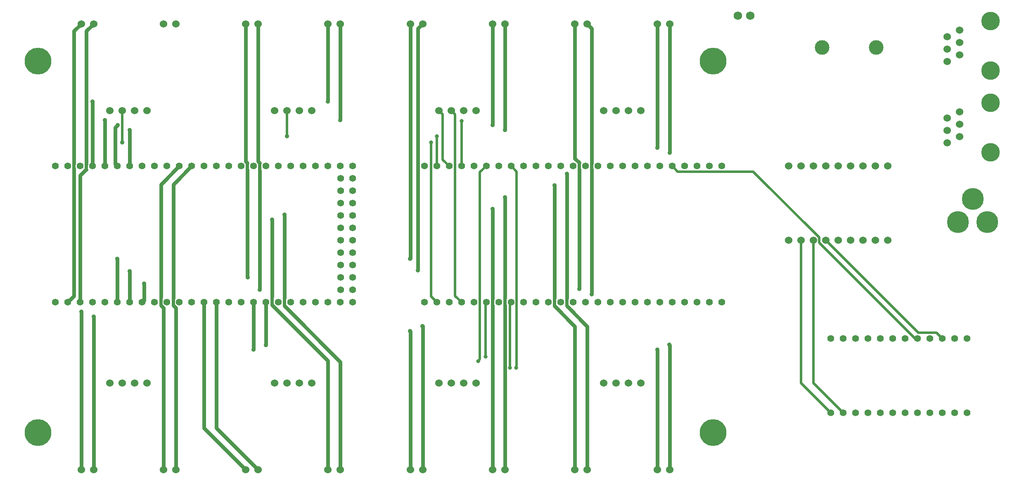
<source format=gbr>
G04 #@! TF.GenerationSoftware,KiCad,Pcbnew,(5.1.9-0-10_14)*
G04 #@! TF.CreationDate,2021-05-14T17:34:44-04:00*
G04 #@! TF.ProjectId,pressure_module,70726573-7375-4726-955f-6d6f64756c65,rev?*
G04 #@! TF.SameCoordinates,Original*
G04 #@! TF.FileFunction,Copper,L4,Bot*
G04 #@! TF.FilePolarity,Positive*
%FSLAX46Y46*%
G04 Gerber Fmt 4.6, Leading zero omitted, Abs format (unit mm)*
G04 Created by KiCad (PCBNEW (5.1.9-0-10_14)) date 2021-05-14 17:34:44*
%MOMM*%
%LPD*%
G01*
G04 APERTURE LIST*
G04 #@! TA.AperFunction,ComponentPad*
%ADD10C,1.397000*%
G04 #@! TD*
G04 #@! TA.AperFunction,ComponentPad*
%ADD11C,5.500000*%
G04 #@! TD*
G04 #@! TA.AperFunction,ComponentPad*
%ADD12C,1.524000*%
G04 #@! TD*
G04 #@! TA.AperFunction,ComponentPad*
%ADD13C,3.800000*%
G04 #@! TD*
G04 #@! TA.AperFunction,ComponentPad*
%ADD14C,4.500000*%
G04 #@! TD*
G04 #@! TA.AperFunction,ComponentPad*
%ADD15C,3.000000*%
G04 #@! TD*
G04 #@! TA.AperFunction,ComponentPad*
%ADD16C,1.750000*%
G04 #@! TD*
G04 #@! TA.AperFunction,ViaPad*
%ADD17C,0.890000*%
G04 #@! TD*
G04 #@! TA.AperFunction,ViaPad*
%ADD18C,0.800000*%
G04 #@! TD*
G04 #@! TA.AperFunction,Conductor*
%ADD19C,0.508000*%
G04 #@! TD*
G04 #@! TA.AperFunction,Conductor*
%ADD20C,0.762000*%
G04 #@! TD*
G04 #@! TA.AperFunction,Conductor*
%ADD21C,0.635000*%
G04 #@! TD*
G04 APERTURE END LIST*
D10*
G04 #@! TO.P,P24,49*
G04 #@! TO.N,GND*
X169418000Y-87566500D03*
G04 #@! TO.P,P24,47*
G04 #@! TO.N,/UC_D11*
X166878000Y-87566500D03*
G04 #@! TO.P,P24,45*
G04 #@! TO.N,/UC_D10*
X164338000Y-87566500D03*
G04 #@! TO.P,P24,43*
G04 #@! TO.N,/UC_D9*
X161798000Y-87566500D03*
G04 #@! TO.P,P24,41*
G04 #@! TO.N,/UC_D8*
X159258000Y-87566500D03*
G04 #@! TO.P,P24,39*
G04 #@! TO.N,/UC_D7*
X156718000Y-87566500D03*
G04 #@! TO.P,P24,37*
G04 #@! TO.N,GND*
X154178000Y-87566500D03*
G04 #@! TO.P,P24,35*
X151638000Y-87566500D03*
G04 #@! TO.P,P24,33*
G04 #@! TO.N,N/C*
X149098000Y-87566500D03*
G04 #@! TO.P,P24,31*
G04 #@! TO.N,GND*
X146558000Y-87566500D03*
G04 #@! TO.P,P24,29*
G04 #@! TO.N,N/C*
X144018000Y-87566500D03*
G04 #@! TO.P,P24,27*
G04 #@! TO.N,GND*
X141478000Y-87566500D03*
G04 #@! TO.P,P24,25*
G04 #@! TO.N,N/C*
X138938000Y-87566500D03*
G04 #@! TO.P,P24,23*
G04 #@! TO.N,GND*
X136398000Y-87566500D03*
G04 #@! TO.P,P24,21*
G04 #@! TO.N,N/C*
X133858000Y-87566500D03*
G04 #@! TO.P,P24,19*
G04 #@! TO.N,GND*
X131318000Y-87566500D03*
G04 #@! TO.P,P24,17*
X128778000Y-87566500D03*
G04 #@! TO.P,P24,15*
G04 #@! TO.N,/P6*
X126238000Y-87566500D03*
G04 #@! TO.P,P24,13*
G04 #@! TO.N,GND*
X123698000Y-87566500D03*
G04 #@! TO.P,P24,11*
G04 #@! TO.N,/P4*
X121158000Y-87566500D03*
G04 #@! TO.P,P24,9*
G04 #@! TO.N,GND*
X118618000Y-87566500D03*
G04 #@! TO.P,P24,7*
G04 #@! TO.N,/P2*
X116078000Y-87566500D03*
G04 #@! TO.P,P24,5*
G04 #@! TO.N,GND*
X113538000Y-87566500D03*
G04 #@! TO.P,P24,3*
G04 #@! TO.N,/P0*
X110998000Y-87566500D03*
G04 #@! TO.P,P24,1*
G04 #@! TO.N,GND*
X108458000Y-87566500D03*
G04 #@! TO.P,P24,2*
X108458000Y-59626500D03*
G04 #@! TO.P,P24,4*
G04 #@! TO.N,/P1*
X110998000Y-59626500D03*
G04 #@! TO.P,P24,6*
G04 #@! TO.N,GND*
X113538000Y-59626500D03*
G04 #@! TO.P,P24,8*
G04 #@! TO.N,/P3*
X116078000Y-59626500D03*
G04 #@! TO.P,P24,10*
G04 #@! TO.N,GND*
X118618000Y-59626500D03*
G04 #@! TO.P,P24,12*
G04 #@! TO.N,/P5*
X121158000Y-59626500D03*
G04 #@! TO.P,P24,14*
G04 #@! TO.N,GND*
X123698000Y-59626500D03*
G04 #@! TO.P,P24,16*
G04 #@! TO.N,/P7*
X126238000Y-59626500D03*
G04 #@! TO.P,P24,18*
G04 #@! TO.N,GND*
X128778000Y-59626500D03*
G04 #@! TO.P,P24,20*
X131318000Y-59626500D03*
G04 #@! TO.P,P24,22*
G04 #@! TO.N,N/C*
X133858000Y-59626500D03*
G04 #@! TO.P,P24,24*
G04 #@! TO.N,GND*
X136398000Y-59626500D03*
G04 #@! TO.P,P24,26*
G04 #@! TO.N,N/C*
X138938000Y-59626500D03*
G04 #@! TO.P,P24,28*
G04 #@! TO.N,GND*
X141478000Y-59626500D03*
G04 #@! TO.P,P24,30*
G04 #@! TO.N,N/C*
X144018000Y-59626500D03*
G04 #@! TO.P,P24,32*
G04 #@! TO.N,GND*
X146558000Y-59626500D03*
G04 #@! TO.P,P24,34*
G04 #@! TO.N,N/C*
X149098000Y-59626500D03*
G04 #@! TO.P,P24,36*
G04 #@! TO.N,GND*
X151638000Y-59626500D03*
G04 #@! TO.P,P24,38*
X154178000Y-59626500D03*
G04 #@! TO.P,P24,40*
G04 #@! TO.N,+3V3*
X156718000Y-59626500D03*
G04 #@! TO.P,P24,42*
G04 #@! TO.N,/UC_A0*
X159258000Y-59626500D03*
G04 #@! TO.P,P24,44*
G04 #@! TO.N,N/C*
X161798000Y-59626500D03*
G04 #@! TO.P,P24,46*
G04 #@! TO.N,+5V*
X164338000Y-59626500D03*
G04 #@! TO.P,P24,48*
X166878000Y-59626500D03*
G04 #@! TO.P,P24,50*
G04 #@! TO.N,GND*
X169418000Y-59626500D03*
G04 #@! TD*
D11*
G04 #@! TO.P,H3,1*
G04 #@! TO.N,N/C*
X167640000Y-38100000D03*
G04 #@! TD*
G04 #@! TO.P,H2,1*
G04 #@! TO.N,N/C*
X29210000Y-114300000D03*
G04 #@! TD*
G04 #@! TO.P,H1,1*
G04 #@! TO.N,N/C*
X29210000Y-38100000D03*
G04 #@! TD*
D12*
G04 #@! TO.P,U8,4*
G04 #@! TO.N,GND*
X145229942Y-48260000D03*
G04 #@! TO.P,U8,3*
G04 #@! TO.N,/P3*
X147769942Y-48260000D03*
G04 #@! TO.P,U8,2*
G04 #@! TO.N,+3V3*
X150309942Y-48260000D03*
G04 #@! TO.P,U8,1*
G04 #@! TO.N,N/C*
X152849942Y-48260000D03*
G04 #@! TD*
G04 #@! TO.P,U1,4*
G04 #@! TO.N,GND*
X43992800Y-48260000D03*
G04 #@! TO.P,U1,3*
G04 #@! TO.N,/P0*
X46532800Y-48260000D03*
G04 #@! TO.P,U1,2*
G04 #@! TO.N,+3V3*
X49072800Y-48260000D03*
G04 #@! TO.P,U1,1*
G04 #@! TO.N,N/C*
X51612800Y-48260000D03*
G04 #@! TD*
D10*
G04 #@! TO.P,P12,49*
G04 #@! TO.N,GND*
X93784420Y-87571580D03*
G04 #@! TO.P,P12,47*
G04 #@! TO.N,/M1_SOUT*
X91244420Y-87571580D03*
G04 #@! TO.P,P12,45*
G04 #@! TO.N,/SIN*
X88704420Y-87571580D03*
G04 #@! TO.P,P12,43*
G04 #@! TO.N,/SCLK*
X86164420Y-87571580D03*
G04 #@! TO.P,P12,41*
G04 #@! TO.N,/XLAT*
X83624420Y-87571580D03*
G04 #@! TO.P,P12,39*
G04 #@! TO.N,/GSCLK*
X81084420Y-87571580D03*
G04 #@! TO.P,P12,37*
G04 #@! TO.N,GND*
X78544420Y-87571580D03*
G04 #@! TO.P,P12,35*
G04 #@! TO.N,/PV14+*
X76004420Y-87571580D03*
G04 #@! TO.P,P12,33*
G04 #@! TO.N,/PV14-*
X73464420Y-87571580D03*
G04 #@! TO.P,P12,31*
G04 #@! TO.N,/PV12+*
X70924420Y-87571580D03*
G04 #@! TO.P,P12,29*
G04 #@! TO.N,/PV12-*
X68384420Y-87571580D03*
G04 #@! TO.P,P12,27*
G04 #@! TO.N,/PV10+*
X65844420Y-87571580D03*
G04 #@! TO.P,P12,25*
G04 #@! TO.N,/PV10-*
X63304420Y-87571580D03*
G04 #@! TO.P,P12,23*
G04 #@! TO.N,/PV8+*
X60764420Y-87571580D03*
G04 #@! TO.P,P12,21*
G04 #@! TO.N,/PV8-*
X58224420Y-87571580D03*
G04 #@! TO.P,P12,19*
G04 #@! TO.N,GND*
X55684420Y-87571580D03*
G04 #@! TO.P,P12,17*
G04 #@! TO.N,/PV6+*
X53144420Y-87571580D03*
G04 #@! TO.P,P12,15*
G04 #@! TO.N,/PV6-*
X50604420Y-87571580D03*
G04 #@! TO.P,P12,13*
G04 #@! TO.N,/PV4+*
X48064420Y-87571580D03*
G04 #@! TO.P,P12,11*
G04 #@! TO.N,/PV4-*
X45524420Y-87571580D03*
G04 #@! TO.P,P12,9*
G04 #@! TO.N,/PV2+*
X42984420Y-87571580D03*
G04 #@! TO.P,P12,7*
G04 #@! TO.N,/PV2-*
X40444420Y-87571580D03*
G04 #@! TO.P,P12,5*
G04 #@! TO.N,/PV0+*
X37904420Y-87571580D03*
G04 #@! TO.P,P12,3*
G04 #@! TO.N,/PV0-*
X35364420Y-87571580D03*
G04 #@! TO.P,P12,1*
G04 #@! TO.N,GND*
X32824420Y-87571580D03*
G04 #@! TO.P,P12,2*
X32824420Y-59631580D03*
G04 #@! TO.P,P12,4*
G04 #@! TO.N,/PV1-*
X35364420Y-59631580D03*
G04 #@! TO.P,P12,6*
G04 #@! TO.N,/PV1+*
X37904420Y-59631580D03*
G04 #@! TO.P,P12,8*
G04 #@! TO.N,/PV3-*
X40444420Y-59631580D03*
G04 #@! TO.P,P12,10*
G04 #@! TO.N,/PV3+*
X42984420Y-59631580D03*
G04 #@! TO.P,P12,12*
G04 #@! TO.N,/PV5-*
X45524420Y-59631580D03*
G04 #@! TO.P,P12,14*
G04 #@! TO.N,/PV5+*
X48064420Y-59631580D03*
G04 #@! TO.P,P12,16*
G04 #@! TO.N,/PV7-*
X50604420Y-59631580D03*
G04 #@! TO.P,P12,18*
G04 #@! TO.N,/PV7+*
X53144420Y-59631580D03*
G04 #@! TO.P,P12,20*
G04 #@! TO.N,GND*
X55684420Y-59631580D03*
G04 #@! TO.P,P12,22*
G04 #@! TO.N,/PV9-*
X58224420Y-59631580D03*
G04 #@! TO.P,P12,24*
G04 #@! TO.N,/PV9+*
X60764420Y-59631580D03*
G04 #@! TO.P,P12,26*
G04 #@! TO.N,/PV11-*
X63304420Y-59631580D03*
G04 #@! TO.P,P12,28*
G04 #@! TO.N,/PV11+*
X65844420Y-59631580D03*
G04 #@! TO.P,P12,30*
G04 #@! TO.N,/PV13-*
X68384420Y-59631580D03*
G04 #@! TO.P,P12,32*
G04 #@! TO.N,/PV13+*
X70924420Y-59631580D03*
G04 #@! TO.P,P12,34*
G04 #@! TO.N,/PV15-*
X73464420Y-59631580D03*
G04 #@! TO.P,P12,36*
G04 #@! TO.N,/PV15+*
X76004420Y-59631580D03*
G04 #@! TO.P,P12,38*
G04 #@! TO.N,GND*
X78544420Y-59631580D03*
G04 #@! TO.P,P12,40*
G04 #@! TO.N,N/C*
X81084420Y-59631580D03*
G04 #@! TO.P,P12,42*
X83624420Y-59631580D03*
G04 #@! TO.P,P12,44*
X86164420Y-59631580D03*
G04 #@! TO.P,P12,46*
G04 #@! TO.N,+5V*
X88704420Y-59631580D03*
G04 #@! TO.P,P12,48*
X91244420Y-59631580D03*
G04 #@! TO.P,P12,50*
G04 #@! TO.N,GND*
X93784420Y-59631580D03*
G04 #@! TD*
D12*
G04 #@! TO.P,U6,4*
G04 #@! TO.N,GND*
X111484228Y-48260000D03*
G04 #@! TO.P,U6,3*
G04 #@! TO.N,/P2*
X114024228Y-48260000D03*
G04 #@! TO.P,U6,2*
G04 #@! TO.N,+3V3*
X116564228Y-48260000D03*
G04 #@! TO.P,U6,1*
G04 #@! TO.N,N/C*
X119104228Y-48260000D03*
G04 #@! TD*
D10*
G04 #@! TO.P,P21,23*
G04 #@! TO.N,/UC_D9*
X219710000Y-110236000D03*
G04 #@! TO.P,P21,21*
G04 #@! TO.N,/UC_D8*
X217170000Y-110236000D03*
G04 #@! TO.P,P21,19*
G04 #@! TO.N,/UC_D7*
X214630000Y-110236000D03*
G04 #@! TO.P,P21,17*
G04 #@! TO.N,/M1_SOUT*
X212090000Y-110236000D03*
G04 #@! TO.P,P21,15*
G04 #@! TO.N,/SIN*
X209550000Y-110236000D03*
G04 #@! TO.P,P21,13*
G04 #@! TO.N,/SCLK*
X207010000Y-110236000D03*
G04 #@! TO.P,P21,11*
G04 #@! TO.N,/XLAT*
X204470000Y-110236000D03*
G04 #@! TO.P,P21,7*
G04 #@! TO.N,GND*
X199390000Y-110236000D03*
G04 #@! TO.P,P21,5*
G04 #@! TO.N,Net-(C1-Pad1)*
X196850000Y-110236000D03*
G04 #@! TO.P,P21,3*
G04 #@! TO.N,/UC_RX*
X194310000Y-110236000D03*
G04 #@! TO.P,P21,1*
G04 #@! TO.N,/UC_TX*
X191770000Y-110236000D03*
G04 #@! TO.P,P21,9*
G04 #@! TO.N,/GSCLK*
X201930000Y-110236000D03*
G04 #@! TO.P,P21,10*
G04 #@! TO.N,N/C*
X201930000Y-94996000D03*
G04 #@! TO.P,P21,2*
G04 #@! TO.N,+5V*
X191770000Y-94996000D03*
G04 #@! TO.P,P21,4*
G04 #@! TO.N,GND*
X194310000Y-94996000D03*
G04 #@! TO.P,P21,6*
G04 #@! TO.N,N/C*
X196850000Y-94996000D03*
G04 #@! TO.P,P21,8*
X199390000Y-94996000D03*
G04 #@! TO.P,P21,12*
X204470000Y-94996000D03*
G04 #@! TO.P,P21,14*
X207010000Y-94996000D03*
G04 #@! TO.P,P21,16*
G04 #@! TO.N,/UC_A0*
X209550000Y-94996000D03*
G04 #@! TO.P,P21,18*
G04 #@! TO.N,N/C*
X212090000Y-94996000D03*
G04 #@! TO.P,P21,20*
G04 #@! TO.N,/UC_D12*
X214630000Y-94996000D03*
G04 #@! TO.P,P21,22*
G04 #@! TO.N,/UC_D11*
X217170000Y-94996000D03*
G04 #@! TO.P,P21,24*
G04 #@! TO.N,/UC_D10*
X219710000Y-94996000D03*
G04 #@! TD*
D12*
G04 #@! TO.P,P5,18*
G04 #@! TO.N,/B*
X203454000Y-59626500D03*
G04 #@! TO.P,P5,16*
G04 #@! TO.N,/A*
X200914000Y-59626500D03*
G04 #@! TO.P,P5,14*
G04 #@! TO.N,N/C*
X198374000Y-59626500D03*
G04 #@! TO.P,P5,12*
X195834000Y-59626500D03*
G04 #@! TO.P,P5,10*
X193294000Y-59626500D03*
G04 #@! TO.P,P5,8*
X190754000Y-59626500D03*
G04 #@! TO.P,P5,6*
X188214000Y-59626500D03*
G04 #@! TO.P,P5,4*
X185674000Y-59626500D03*
G04 #@! TO.P,P5,2*
G04 #@! TO.N,GND*
X183134000Y-59626500D03*
G04 #@! TO.P,P5,1*
X183134000Y-74866500D03*
G04 #@! TO.P,P5,3*
G04 #@! TO.N,/UC_TX*
X185674000Y-74866500D03*
G04 #@! TO.P,P5,5*
G04 #@! TO.N,/UC_RX*
X188214000Y-74866500D03*
G04 #@! TO.P,P5,7*
G04 #@! TO.N,/UC_D12*
X190754000Y-74866500D03*
G04 #@! TO.P,P5,9*
G04 #@! TO.N,N/C*
X193294000Y-74866500D03*
G04 #@! TO.P,P5,11*
X195834000Y-74866500D03*
G04 #@! TO.P,P5,13*
X198374000Y-74866500D03*
G04 #@! TO.P,P5,15*
G04 #@! TO.N,+5V*
X200914000Y-74866500D03*
G04 #@! TO.P,P5,17*
G04 #@! TO.N,GND*
X203454000Y-74866500D03*
G04 #@! TD*
G04 #@! TO.P,P11,1*
G04 #@! TO.N,N/C*
X215658700Y-38160560D03*
G04 #@! TO.P,P11,3*
G04 #@! TO.N,/A*
X215658700Y-35620560D03*
G04 #@! TO.P,P11,5*
G04 #@! TO.N,GND*
X215658700Y-33080560D03*
G04 #@! TO.P,P11,2*
X218198700Y-36870560D03*
G04 #@! TO.P,P11,4*
G04 #@! TO.N,/B*
X218198700Y-34330560D03*
D13*
G04 #@! TO.P,P11,MECH*
G04 #@! TO.N,N/C*
X224548700Y-29880560D03*
X224548700Y-40040560D03*
D12*
G04 #@! TO.P,P11,6*
X218198700Y-31790560D03*
G04 #@! TD*
G04 #@! TO.P,P10,1*
G04 #@! TO.N,N/C*
X215658700Y-54899160D03*
G04 #@! TO.P,P10,3*
G04 #@! TO.N,/A*
X215658700Y-52359160D03*
G04 #@! TO.P,P10,5*
G04 #@! TO.N,GND*
X215658700Y-49819160D03*
G04 #@! TO.P,P10,2*
X218198700Y-53609160D03*
G04 #@! TO.P,P10,4*
G04 #@! TO.N,/B*
X218198700Y-51069160D03*
D13*
G04 #@! TO.P,P10,MECH*
G04 #@! TO.N,N/C*
X224548700Y-46619160D03*
X224548700Y-56779160D03*
D12*
G04 #@! TO.P,P10,6*
X218198700Y-48529160D03*
G04 #@! TD*
D14*
G04 #@! TO.P,P22,3*
G04 #@! TO.N,GND*
X220903800Y-66394600D03*
G04 #@! TO.P,P22,2*
X223903800Y-71094600D03*
G04 #@! TO.P,P22,1*
G04 #@! TO.N,+5V*
X217903800Y-71094600D03*
G04 #@! TD*
D10*
G04 #@! TO.P,P25,10*
G04 #@! TO.N,+5V*
X91313000Y-62166500D03*
G04 #@! TO.P,P25,9*
X91313000Y-64706500D03*
G04 #@! TO.P,P25,8*
X91313000Y-67246500D03*
G04 #@! TO.P,P25,7*
X91313000Y-69786500D03*
G04 #@! TO.P,P25,6*
X91313000Y-72326500D03*
G04 #@! TO.P,P25,4*
X91313000Y-77406500D03*
G04 #@! TO.P,P25,3*
X91313000Y-79946500D03*
G04 #@! TO.P,P25,2*
X91313000Y-82486500D03*
G04 #@! TO.P,P25,1*
X91313000Y-85026500D03*
G04 #@! TO.P,P25,5*
X91313000Y-74866500D03*
G04 #@! TD*
G04 #@! TO.P,P26,10*
G04 #@! TO.N,GND*
X93789500Y-62166500D03*
G04 #@! TO.P,P26,9*
X93789500Y-64706500D03*
G04 #@! TO.P,P26,8*
X93789500Y-67246500D03*
G04 #@! TO.P,P26,7*
X93789500Y-69786500D03*
G04 #@! TO.P,P26,6*
X93789500Y-72326500D03*
G04 #@! TO.P,P26,4*
X93789500Y-77406500D03*
G04 #@! TO.P,P26,3*
X93789500Y-79946500D03*
G04 #@! TO.P,P26,2*
X93789500Y-82486500D03*
G04 #@! TO.P,P26,1*
X93789500Y-85026500D03*
G04 #@! TO.P,P26,5*
X93789500Y-74866500D03*
G04 #@! TD*
D12*
G04 #@! TO.P,U2,4*
G04 #@! TO.N,GND*
X51612800Y-104140000D03*
G04 #@! TO.P,U2,3*
G04 #@! TO.N,/P4*
X49072800Y-104140000D03*
G04 #@! TO.P,U2,2*
G04 #@! TO.N,+3V3*
X46532800Y-104140000D03*
G04 #@! TO.P,U2,1*
G04 #@! TO.N,N/C*
X43992800Y-104140000D03*
G04 #@! TD*
G04 #@! TO.P,U4,4*
G04 #@! TO.N,GND*
X77738514Y-48260000D03*
G04 #@! TO.P,U4,3*
G04 #@! TO.N,/P1*
X80278514Y-48260000D03*
G04 #@! TO.P,U4,2*
G04 #@! TO.N,+3V3*
X82818514Y-48260000D03*
G04 #@! TO.P,U4,1*
G04 #@! TO.N,N/C*
X85358514Y-48260000D03*
G04 #@! TD*
G04 #@! TO.P,U5,4*
G04 #@! TO.N,GND*
X85358514Y-104140000D03*
G04 #@! TO.P,U5,3*
G04 #@! TO.N,/P5*
X82818514Y-104140000D03*
G04 #@! TO.P,U5,2*
G04 #@! TO.N,+3V3*
X80278514Y-104140000D03*
G04 #@! TO.P,U5,1*
G04 #@! TO.N,N/C*
X77738514Y-104140000D03*
G04 #@! TD*
G04 #@! TO.P,U7,4*
G04 #@! TO.N,GND*
X119104228Y-104140000D03*
G04 #@! TO.P,U7,3*
G04 #@! TO.N,/P6*
X116564228Y-104140000D03*
G04 #@! TO.P,U7,2*
G04 #@! TO.N,+3V3*
X114024228Y-104140000D03*
G04 #@! TO.P,U7,1*
G04 #@! TO.N,N/C*
X111484228Y-104140000D03*
G04 #@! TD*
G04 #@! TO.P,U9,4*
G04 #@! TO.N,GND*
X152849942Y-104140000D03*
G04 #@! TO.P,U9,3*
G04 #@! TO.N,/P7*
X150309942Y-104140000D03*
G04 #@! TO.P,U9,2*
G04 #@! TO.N,+3V3*
X147769942Y-104140000D03*
G04 #@! TO.P,U9,1*
G04 #@! TO.N,N/C*
X145229942Y-104140000D03*
G04 #@! TD*
G04 #@! TO.P,P1,2*
G04 #@! TO.N,/PV0-*
X38100000Y-30480000D03*
G04 #@! TO.P,P1,1*
G04 #@! TO.N,/PV0+*
X40640000Y-30480000D03*
G04 #@! TD*
G04 #@! TO.P,P2,2*
G04 #@! TO.N,/PV1-*
X54972857Y-30480000D03*
G04 #@! TO.P,P2,1*
G04 #@! TO.N,/PV1+*
X57512857Y-30480000D03*
G04 #@! TD*
G04 #@! TO.P,P3,2*
G04 #@! TO.N,/PV2-*
X71845714Y-30480000D03*
G04 #@! TO.P,P3,1*
G04 #@! TO.N,/PV2+*
X74385714Y-30480000D03*
G04 #@! TD*
G04 #@! TO.P,P4,2*
G04 #@! TO.N,/PV3-*
X88718571Y-30480000D03*
G04 #@! TO.P,P4,1*
G04 #@! TO.N,/PV3+*
X91258571Y-30480000D03*
G04 #@! TD*
G04 #@! TO.P,P6,2*
G04 #@! TO.N,/PV4-*
X105591428Y-30480000D03*
G04 #@! TO.P,P6,1*
G04 #@! TO.N,/PV4+*
X108131428Y-30480000D03*
G04 #@! TD*
G04 #@! TO.P,P7,2*
G04 #@! TO.N,/PV5-*
X122464285Y-30480000D03*
G04 #@! TO.P,P7,1*
G04 #@! TO.N,/PV5+*
X125004285Y-30480000D03*
G04 #@! TD*
G04 #@! TO.P,P8,2*
G04 #@! TO.N,/PV6-*
X139337142Y-30480000D03*
G04 #@! TO.P,P8,1*
G04 #@! TO.N,/PV6+*
X141877142Y-30480000D03*
G04 #@! TD*
G04 #@! TO.P,P9,2*
G04 #@! TO.N,/PV7-*
X156210000Y-30480000D03*
G04 #@! TO.P,P9,1*
G04 #@! TO.N,/PV7+*
X158750000Y-30480000D03*
G04 #@! TD*
G04 #@! TO.P,P13,2*
G04 #@! TO.N,/PV8-*
X38100000Y-121920000D03*
G04 #@! TO.P,P13,1*
G04 #@! TO.N,/PV8+*
X40640000Y-121920000D03*
G04 #@! TD*
G04 #@! TO.P,P14,2*
G04 #@! TO.N,/PV9-*
X54972857Y-121920000D03*
G04 #@! TO.P,P14,1*
G04 #@! TO.N,/PV9+*
X57512857Y-121920000D03*
G04 #@! TD*
G04 #@! TO.P,P15,2*
G04 #@! TO.N,/PV10-*
X71845714Y-121920000D03*
G04 #@! TO.P,P15,1*
G04 #@! TO.N,/PV10+*
X74385714Y-121920000D03*
G04 #@! TD*
G04 #@! TO.P,P16,2*
G04 #@! TO.N,/PV11-*
X88718571Y-121920000D03*
G04 #@! TO.P,P16,1*
G04 #@! TO.N,/PV11+*
X91258571Y-121920000D03*
G04 #@! TD*
G04 #@! TO.P,P17,2*
G04 #@! TO.N,/PV12-*
X105591428Y-121920000D03*
G04 #@! TO.P,P17,1*
G04 #@! TO.N,/PV12+*
X108131428Y-121920000D03*
G04 #@! TD*
G04 #@! TO.P,P18,2*
G04 #@! TO.N,/PV13-*
X122464285Y-121920000D03*
G04 #@! TO.P,P18,1*
G04 #@! TO.N,/PV13+*
X125004285Y-121920000D03*
G04 #@! TD*
G04 #@! TO.P,P19,2*
G04 #@! TO.N,/PV14-*
X156210000Y-121920000D03*
G04 #@! TO.P,P19,1*
G04 #@! TO.N,/PV14+*
X158750000Y-121920000D03*
G04 #@! TD*
G04 #@! TO.P,P20,2*
G04 #@! TO.N,/PV15-*
X139337142Y-121920000D03*
G04 #@! TO.P,P20,1*
G04 #@! TO.N,/PV15+*
X141877142Y-121920000D03*
G04 #@! TD*
D15*
G04 #@! TO.P,P23,2*
G04 #@! TO.N,GND*
X201145000Y-35306000D03*
G04 #@! TO.P,P23,1*
G04 #@! TO.N,+5V*
X190015000Y-35306000D03*
G04 #@! TD*
D11*
G04 #@! TO.P,H4,1*
G04 #@! TO.N,N/C*
X167640000Y-114300000D03*
G04 #@! TD*
D16*
G04 #@! TO.P,P27,1*
G04 #@! TO.N,+5V*
X175310800Y-28803600D03*
G04 #@! TO.P,P27,2*
G04 #@! TO.N,GND*
X172770800Y-28803600D03*
G04 #@! TD*
D17*
G04 #@! TO.N,/PV2-*
X72237600Y-82499200D03*
G04 #@! TO.N,/PV2+*
X74676000Y-85039200D03*
G04 #@! TO.N,/PV3+*
X91236800Y-50221199D03*
X42976800Y-50241200D03*
G04 #@! TO.N,/PV3-*
X88696800Y-46380400D03*
X40436800Y-46431200D03*
G04 #@! TO.N,/PV4-*
X105562400Y-78638400D03*
X45516800Y-78689200D03*
G04 #@! TO.N,/PV4+*
X107137200Y-81026000D03*
X48056800Y-81229200D03*
G04 #@! TO.N,/PV5+*
X124968000Y-52273200D03*
X48056800Y-52273200D03*
G04 #@! TO.N,/PV5-*
X122428000Y-51206400D03*
X45567600Y-51257200D03*
G04 #@! TO.N,/PV6-*
X140208000Y-84876800D03*
X51003200Y-83769200D03*
G04 #@! TO.N,/PV6+*
X142798800Y-85902800D03*
G04 #@! TO.N,/PV7+*
X158750000Y-56896000D03*
G04 #@! TO.N,/PV7-*
X156210000Y-55870000D03*
G04 #@! TO.N,/PV15+*
X137668000Y-61214000D03*
G04 #@! TO.N,/PV15-*
X135128000Y-63550800D03*
G04 #@! TO.N,/PV13+*
X125018800Y-66040000D03*
G04 #@! TO.N,/PV13-*
X122478800Y-68427600D03*
G04 #@! TO.N,/PV11+*
X79756000Y-69555200D03*
G04 #@! TO.N,/PV11-*
X77216000Y-70581200D03*
G04 #@! TO.N,/PV8-*
X38100000Y-89458800D03*
G04 #@! TO.N,/PV8+*
X40640000Y-90484800D03*
G04 #@! TO.N,/PV12-*
X105511600Y-93481121D03*
G04 #@! TO.N,/PV12+*
X108102400Y-92455121D03*
G04 #@! TO.N,/PV14-*
X156210000Y-97292000D03*
X73456800Y-97282000D03*
G04 #@! TO.N,/PV14+*
X158699200Y-96266000D03*
X75996800Y-96316800D03*
D18*
G04 #@! TO.N,/P6*
X126034800Y-100990400D03*
G04 #@! TO.N,/P4*
X121056400Y-98755200D03*
G04 #@! TO.N,/P0*
X109829600Y-54762400D03*
D17*
X46532800Y-54762400D03*
D18*
G04 #@! TO.N,/P1*
X110998000Y-53543200D03*
D17*
X80264000Y-53543200D03*
D18*
G04 #@! TO.N,/P3*
X116078000Y-50393600D03*
G04 #@! TO.N,/P5*
X119481600Y-99609200D03*
G04 #@! TO.N,/P7*
X127254000Y-100990400D03*
G04 #@! TD*
D19*
G04 #@! TO.N,GND*
X112246227Y-49021999D02*
X112246227Y-58334727D01*
X112246227Y-58334727D02*
X113538000Y-59626500D01*
X111484228Y-48260000D02*
X112246227Y-49021999D01*
D20*
G04 #@! TO.N,/PV0-*
X38100000Y-30480000D02*
X36624919Y-31955081D01*
X36624919Y-31955081D02*
X36624919Y-59180119D01*
D21*
X36624919Y-59688119D02*
X36626800Y-59690000D01*
X36624919Y-59180119D02*
X36624919Y-59688119D01*
X36624919Y-59688119D02*
X36624919Y-60094519D01*
D20*
X36624919Y-86311081D02*
X35364420Y-87571580D01*
X36624919Y-60094519D02*
X36624919Y-86311081D01*
G04 #@! TO.N,/PV0+*
X40640000Y-30480000D02*
X39164919Y-31955081D01*
X39164919Y-31955081D02*
X39164919Y-59230919D01*
D21*
X39164919Y-59230919D02*
X39164919Y-60348519D01*
D20*
X37904420Y-61525242D02*
X37904420Y-87571580D01*
X39081143Y-60348519D02*
X37904420Y-61525242D01*
X39164919Y-60348519D02*
X39081143Y-60348519D01*
G04 #@! TO.N,/PV2-*
X71845714Y-58659212D02*
X72216102Y-59029600D01*
X71845714Y-30480000D02*
X71845714Y-58659212D01*
D21*
X72216102Y-59029600D02*
X72216102Y-60379702D01*
D20*
X72216102Y-82477702D02*
X72237600Y-82499200D01*
X72216102Y-60379702D02*
X72216102Y-82477702D01*
G04 #@! TO.N,/PV2+*
X74385714Y-30480000D02*
X74385714Y-58659212D01*
X74385714Y-58659212D02*
X74705302Y-58978800D01*
D21*
X74705302Y-58978800D02*
X74705302Y-60532102D01*
D20*
X74705302Y-85009898D02*
X74676000Y-85039200D01*
X74705302Y-60532102D02*
X74705302Y-85009898D01*
G04 #@! TO.N,/PV3+*
X91258571Y-50199428D02*
X91236800Y-50221199D01*
X91258571Y-30480000D02*
X91258571Y-50199428D01*
X42976800Y-59623960D02*
X42984420Y-59631580D01*
X42976800Y-50241200D02*
X42976800Y-59623960D01*
G04 #@! TO.N,/PV3-*
X88718571Y-46358629D02*
X88696800Y-46380400D01*
X88718571Y-30480000D02*
X88718571Y-46358629D01*
X40436800Y-59623960D02*
X40444420Y-59631580D01*
X40436800Y-46431200D02*
X40436800Y-59623960D01*
D19*
G04 #@! TO.N,/UC_D12*
X209730999Y-93843499D02*
X190754000Y-74866500D01*
X213477499Y-93843499D02*
X209730999Y-93843499D01*
X214630000Y-94996000D02*
X213477499Y-93843499D01*
G04 #@! TO.N,/UC_RX*
X188214000Y-104140000D02*
X188214000Y-74866500D01*
X194310000Y-110236000D02*
X188214000Y-104140000D01*
G04 #@! TO.N,/UC_TX*
X185674000Y-104140000D02*
X185674000Y-74866500D01*
X191770000Y-110236000D02*
X185674000Y-104140000D01*
D20*
G04 #@! TO.N,/PV4-*
X105591428Y-78609372D02*
X105562400Y-78638400D01*
X105591428Y-30480000D02*
X105591428Y-78609372D01*
X45516800Y-87563960D02*
X45524420Y-87571580D01*
X45516800Y-78689200D02*
X45516800Y-87563960D01*
G04 #@! TO.N,/PV4+*
X107178499Y-80984701D02*
X107137200Y-81026000D01*
X107178499Y-31432929D02*
X107178499Y-80984701D01*
X108131428Y-30480000D02*
X107178499Y-31432929D01*
X48056800Y-87563960D02*
X48064420Y-87571580D01*
X48056800Y-81229200D02*
X48056800Y-87563960D01*
G04 #@! TO.N,/PV5+*
X125004285Y-52236915D02*
X124968000Y-52273200D01*
X125004285Y-30480000D02*
X125004285Y-52236915D01*
X48056800Y-59623960D02*
X48064420Y-59631580D01*
X48056800Y-52273200D02*
X48056800Y-59623960D01*
G04 #@! TO.N,/PV5-*
X122464285Y-51170115D02*
X122428000Y-51206400D01*
X122464285Y-30480000D02*
X122464285Y-51170115D01*
X45122601Y-59229761D02*
X45524420Y-59631580D01*
X45122601Y-51702199D02*
X45122601Y-59229761D01*
X45567600Y-51257200D02*
X45122601Y-51702199D01*
G04 #@! TO.N,/PV6-*
X139337142Y-30480000D02*
X139337142Y-58057142D01*
X139337142Y-58057142D02*
X140208000Y-58928000D01*
D21*
X140208000Y-58928000D02*
X140208000Y-60248800D01*
D20*
X140208000Y-60248800D02*
X140208000Y-84876800D01*
X51003200Y-87172800D02*
X50604420Y-87571580D01*
X51003200Y-83769200D02*
X51003200Y-87172800D01*
G04 #@! TO.N,/PV6+*
X141877142Y-30480000D02*
X142798800Y-31401658D01*
X142798800Y-31401658D02*
X142798800Y-59131200D01*
D21*
X142798800Y-59131200D02*
X142798800Y-60248800D01*
D20*
X142798800Y-60248800D02*
X142798800Y-85902800D01*
G04 #@! TO.N,/PV7+*
X158750000Y-30480000D02*
X158750000Y-56896000D01*
G04 #@! TO.N,/PV7-*
X156210000Y-30480000D02*
X156210000Y-55870000D01*
G04 #@! TO.N,/PV15+*
X141877142Y-121920000D02*
X141877142Y-92550342D01*
X141877142Y-92550342D02*
X137668000Y-88341200D01*
D21*
X137668000Y-88341200D02*
X137668000Y-86715600D01*
D20*
X137668000Y-86715600D02*
X137668000Y-61214000D01*
G04 #@! TO.N,/PV15-*
X139337142Y-121920000D02*
X139337142Y-92550342D01*
X139337142Y-92550342D02*
X135128000Y-88341200D01*
D21*
X135128000Y-88341200D02*
X135128000Y-86715600D01*
D20*
X135128000Y-86715600D02*
X135128000Y-63550800D01*
G04 #@! TO.N,/PV13+*
X125004285Y-121920000D02*
X125004285Y-88254115D01*
D21*
X125004285Y-88254115D02*
X125004285Y-86679315D01*
D20*
X125004285Y-66054515D02*
X125018800Y-66040000D01*
X125004285Y-86679315D02*
X125004285Y-66054515D01*
G04 #@! TO.N,/PV13-*
X122464285Y-121920000D02*
X122464285Y-88254115D01*
D21*
X122464285Y-88254115D02*
X122464285Y-86831715D01*
D20*
X122464285Y-68442115D02*
X122478800Y-68427600D01*
X122464285Y-86831715D02*
X122464285Y-68442115D01*
G04 #@! TO.N,/PV11+*
X91258571Y-121920000D02*
X91258571Y-99843771D01*
X91258571Y-99843771D02*
X79756000Y-88341200D01*
D21*
X79760421Y-88155261D02*
X79760421Y-86669221D01*
X79756000Y-88159682D02*
X79760421Y-88155261D01*
X79756000Y-88341200D02*
X79756000Y-88159682D01*
D20*
X79760421Y-69559621D02*
X79756000Y-69555200D01*
X79760421Y-86669221D02*
X79760421Y-69559621D01*
G04 #@! TO.N,/PV11-*
X88718571Y-121920000D02*
X88718571Y-99589771D01*
X88718571Y-99589771D02*
X77266800Y-88138000D01*
D21*
X77266800Y-88138000D02*
X77266800Y-86410800D01*
D20*
X77266800Y-70632000D02*
X77216000Y-70581200D01*
X77266800Y-86410800D02*
X77266800Y-70632000D01*
G04 #@! TO.N,/PV9+*
X57512857Y-121920000D02*
X57512857Y-88705938D01*
X57512857Y-88705938D02*
X56997600Y-88190681D01*
D21*
X56997600Y-88190681D02*
X56997600Y-87884000D01*
X56997600Y-87884000D02*
X56997600Y-86766400D01*
D20*
X56997600Y-63398400D02*
X60764420Y-59631580D01*
X56997600Y-86766400D02*
X56997600Y-63398400D01*
G04 #@! TO.N,/PV9-*
X54972857Y-121920000D02*
X54972857Y-88705938D01*
X54972857Y-88705938D02*
X54457600Y-88190681D01*
D21*
X54457600Y-88190681D02*
X54457600Y-86563200D01*
D20*
X54457600Y-63398400D02*
X58224420Y-59631580D01*
X54457600Y-86563200D02*
X54457600Y-63398400D01*
G04 #@! TO.N,/PV8-*
X38100000Y-121920000D02*
X38100000Y-89458800D01*
G04 #@! TO.N,/PV8+*
X40640000Y-121920000D02*
X40640000Y-90484800D01*
G04 #@! TO.N,/PV10-*
X63304420Y-113378706D02*
X63304420Y-87571580D01*
X71845714Y-121920000D02*
X63304420Y-113378706D01*
G04 #@! TO.N,/PV10+*
X65844420Y-113378706D02*
X65844420Y-87571580D01*
X74385714Y-121920000D02*
X65844420Y-113378706D01*
G04 #@! TO.N,/PV12-*
X105591428Y-93560949D02*
X105511600Y-93481121D01*
X105591428Y-121920000D02*
X105591428Y-93560949D01*
G04 #@! TO.N,/PV12+*
X108131428Y-92484149D02*
X108102400Y-92455121D01*
X108131428Y-121920000D02*
X108131428Y-92484149D01*
G04 #@! TO.N,/PV14-*
X156210000Y-121920000D02*
X156210000Y-97292000D01*
X73456800Y-87579200D02*
X73464420Y-87571580D01*
X73456800Y-97282000D02*
X73456800Y-87579200D01*
G04 #@! TO.N,/PV14+*
X158750000Y-96316800D02*
X158699200Y-96266000D01*
X158750000Y-121920000D02*
X158750000Y-96316800D01*
X75996800Y-87579200D02*
X76004420Y-87571580D01*
X75996800Y-96316800D02*
X75996800Y-87579200D01*
D19*
G04 #@! TO.N,/UC_A0*
X160410501Y-60779001D02*
X159258000Y-59626500D01*
X175926183Y-60779001D02*
X160410501Y-60779001D01*
X189430001Y-74282819D02*
X175926183Y-60779001D01*
X209083818Y-94996000D02*
X189430001Y-75342183D01*
X189430001Y-75342183D02*
X189430001Y-74282819D01*
X209550000Y-94996000D02*
X209083818Y-94996000D01*
G04 #@! TO.N,/P6*
X126034800Y-87769700D02*
X126238000Y-87566500D01*
X126034800Y-100990400D02*
X126034800Y-87769700D01*
G04 #@! TO.N,/P4*
X121056400Y-87668100D02*
X121158000Y-87566500D01*
X121056400Y-98755200D02*
X121056400Y-87668100D01*
G04 #@! TO.N,/P2*
X114786227Y-49021999D02*
X114786227Y-86274727D01*
X114786227Y-86274727D02*
X116078000Y-87566500D01*
X114024228Y-48260000D02*
X114786227Y-49021999D01*
G04 #@! TO.N,/P0*
X109829600Y-86398100D02*
X110998000Y-87566500D01*
X109829600Y-54762400D02*
X109829600Y-86398100D01*
X46532800Y-48260000D02*
X46532800Y-54762400D01*
G04 #@! TO.N,/P1*
X110998000Y-53543200D02*
X110998000Y-59626500D01*
X80278514Y-53528686D02*
X80264000Y-53543200D01*
X80278514Y-48260000D02*
X80278514Y-53528686D01*
G04 #@! TO.N,/P3*
X116078000Y-50393600D02*
X116078000Y-59626500D01*
G04 #@! TO.N,/P5*
X119881599Y-60902901D02*
X121158000Y-59626500D01*
X119881599Y-99209201D02*
X119881599Y-60902901D01*
X119481600Y-99609200D02*
X119881599Y-99209201D01*
G04 #@! TO.N,/P7*
X127390501Y-60779001D02*
X126238000Y-59626500D01*
X127390501Y-100853899D02*
X127390501Y-60779001D01*
X127254000Y-100990400D02*
X127390501Y-100853899D01*
G04 #@! TD*
M02*

</source>
